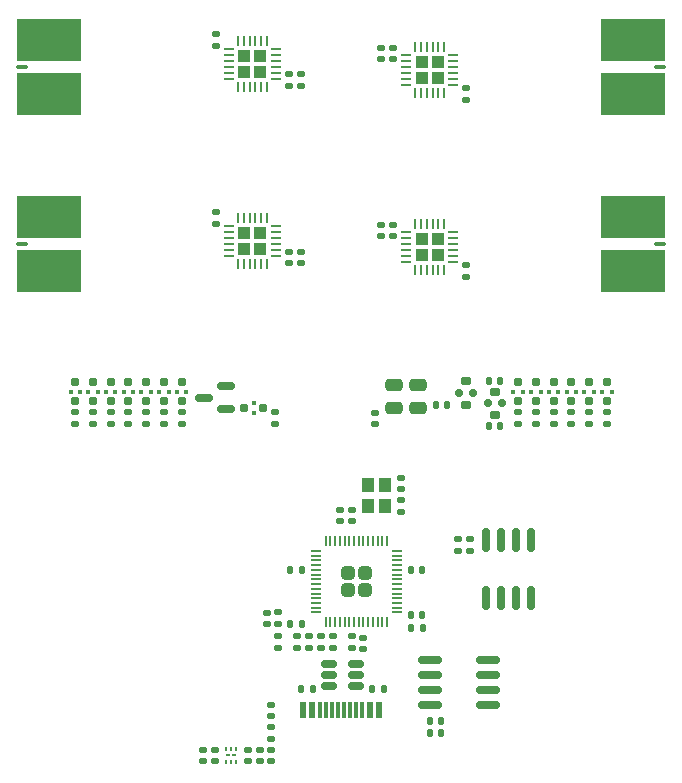
<source format=gbr>
%TF.GenerationSoftware,KiCad,Pcbnew,(6.0.7)*%
%TF.CreationDate,2022-08-30T14:04:15+02:00*%
%TF.ProjectId,LibreCAL,4c696272-6543-4414-9c2e-6b696361645f,rev?*%
%TF.SameCoordinates,Original*%
%TF.FileFunction,Paste,Top*%
%TF.FilePolarity,Positive*%
%FSLAX46Y46*%
G04 Gerber Fmt 4.6, Leading zero omitted, Abs format (unit mm)*
G04 Created by KiCad (PCBNEW (6.0.7)) date 2022-08-30 14:04:15*
%MOMM*%
%LPD*%
G01*
G04 APERTURE LIST*
G04 Aperture macros list*
%AMRoundRect*
0 Rectangle with rounded corners*
0 $1 Rounding radius*
0 $2 $3 $4 $5 $6 $7 $8 $9 X,Y pos of 4 corners*
0 Add a 4 corners polygon primitive as box body*
4,1,4,$2,$3,$4,$5,$6,$7,$8,$9,$2,$3,0*
0 Add four circle primitives for the rounded corners*
1,1,$1+$1,$2,$3*
1,1,$1+$1,$4,$5*
1,1,$1+$1,$6,$7*
1,1,$1+$1,$8,$9*
0 Add four rect primitives between the rounded corners*
20,1,$1+$1,$2,$3,$4,$5,0*
20,1,$1+$1,$4,$5,$6,$7,0*
20,1,$1+$1,$6,$7,$8,$9,0*
20,1,$1+$1,$8,$9,$2,$3,0*%
G04 Aperture macros list end*
%ADD10RoundRect,0.075000X0.425000X0.075000X-0.425000X0.075000X-0.425000X-0.075000X0.425000X-0.075000X0*%
%ADD11R,5.540000X3.555000*%
%ADD12RoundRect,0.075000X-0.425000X-0.075000X0.425000X-0.075000X0.425000X0.075000X-0.425000X0.075000X0*%
%ADD13RoundRect,0.135000X0.185000X-0.135000X0.185000X0.135000X-0.185000X0.135000X-0.185000X-0.135000X0*%
%ADD14RoundRect,0.140000X-0.170000X0.140000X-0.170000X-0.140000X0.170000X-0.140000X0.170000X0.140000X0*%
%ADD15RoundRect,0.140000X0.170000X-0.140000X0.170000X0.140000X-0.170000X0.140000X-0.170000X-0.140000X0*%
%ADD16RoundRect,0.090000X-0.210000X0.210000X-0.210000X-0.210000X0.210000X-0.210000X0.210000X0.210000X0*%
%ADD17RoundRect,0.100000X-0.100000X0.100000X-0.100000X-0.100000X0.100000X-0.100000X0.100000X0.100000X0*%
%ADD18RoundRect,0.140000X-0.140000X-0.170000X0.140000X-0.170000X0.140000X0.170000X-0.140000X0.170000X0*%
%ADD19RoundRect,0.090000X0.310000X-0.210000X0.310000X0.210000X-0.310000X0.210000X-0.310000X-0.210000X0*%
%ADD20RoundRect,0.150000X0.150000X-0.150000X0.150000X0.150000X-0.150000X0.150000X-0.150000X-0.150000X0*%
%ADD21R,0.600000X1.450000*%
%ADD22R,0.300000X1.450000*%
%ADD23RoundRect,0.150000X0.825000X0.150000X-0.825000X0.150000X-0.825000X-0.150000X0.825000X-0.150000X0*%
%ADD24RoundRect,0.135000X-0.185000X0.135000X-0.185000X-0.135000X0.185000X-0.135000X0.185000X0.135000X0*%
%ADD25RoundRect,0.250000X-0.295000X0.295000X-0.295000X-0.295000X0.295000X-0.295000X0.295000X0.295000X0*%
%ADD26RoundRect,0.062500X-0.062500X0.350000X-0.062500X-0.350000X0.062500X-0.350000X0.062500X0.350000X0*%
%ADD27RoundRect,0.062500X-0.350000X0.062500X-0.350000X-0.062500X0.350000X-0.062500X0.350000X0.062500X0*%
%ADD28RoundRect,0.140000X0.140000X0.170000X-0.140000X0.170000X-0.140000X-0.170000X0.140000X-0.170000X0*%
%ADD29RoundRect,0.135000X-0.135000X-0.185000X0.135000X-0.185000X0.135000X0.185000X-0.135000X0.185000X0*%
%ADD30RoundRect,0.150000X0.150000X-0.825000X0.150000X0.825000X-0.150000X0.825000X-0.150000X-0.825000X0*%
%ADD31RoundRect,0.147500X-0.172500X0.147500X-0.172500X-0.147500X0.172500X-0.147500X0.172500X0.147500X0*%
%ADD32RoundRect,0.147500X-0.147500X-0.172500X0.147500X-0.172500X0.147500X0.172500X-0.147500X0.172500X0*%
%ADD33RoundRect,0.250000X0.295000X-0.295000X0.295000X0.295000X-0.295000X0.295000X-0.295000X-0.295000X0*%
%ADD34RoundRect,0.062500X0.062500X-0.350000X0.062500X0.350000X-0.062500X0.350000X-0.062500X-0.350000X0*%
%ADD35RoundRect,0.062500X0.350000X-0.062500X0.350000X0.062500X-0.350000X0.062500X-0.350000X-0.062500X0*%
%ADD36RoundRect,0.090000X0.210000X-0.210000X0.210000X0.210000X-0.210000X0.210000X-0.210000X-0.210000X0*%
%ADD37RoundRect,0.100000X0.100000X-0.100000X0.100000X0.100000X-0.100000X0.100000X-0.100000X-0.100000X0*%
%ADD38RoundRect,0.060000X0.130000X-0.060000X0.130000X0.060000X-0.130000X0.060000X-0.130000X-0.060000X0*%
%ADD39RoundRect,0.045000X0.045000X-0.130000X0.045000X0.130000X-0.045000X0.130000X-0.045000X-0.130000X0*%
%ADD40RoundRect,0.135000X0.135000X0.185000X-0.135000X0.185000X-0.135000X-0.185000X0.135000X-0.185000X0*%
%ADD41RoundRect,0.150000X0.587500X0.150000X-0.587500X0.150000X-0.587500X-0.150000X0.587500X-0.150000X0*%
%ADD42RoundRect,0.250000X0.475000X-0.250000X0.475000X0.250000X-0.475000X0.250000X-0.475000X-0.250000X0*%
%ADD43R,1.000000X1.150000*%
%ADD44RoundRect,0.090000X-0.210000X-0.210000X0.210000X-0.210000X0.210000X0.210000X-0.210000X0.210000X0*%
%ADD45RoundRect,0.100000X-0.100000X-0.100000X0.100000X-0.100000X0.100000X0.100000X-0.100000X0.100000X0*%
%ADD46RoundRect,0.147500X0.172500X-0.147500X0.172500X0.147500X-0.172500X0.147500X-0.172500X-0.147500X0*%
%ADD47RoundRect,0.250000X0.315000X0.315000X-0.315000X0.315000X-0.315000X-0.315000X0.315000X-0.315000X0*%
%ADD48RoundRect,0.050000X0.387500X0.050000X-0.387500X0.050000X-0.387500X-0.050000X0.387500X-0.050000X0*%
%ADD49RoundRect,0.050000X0.050000X0.387500X-0.050000X0.387500X-0.050000X-0.387500X0.050000X-0.387500X0*%
%ADD50RoundRect,0.150000X0.512500X0.150000X-0.512500X0.150000X-0.512500X-0.150000X0.512500X-0.150000X0*%
G04 APERTURE END LIST*
D10*
%TO.C,J1*%
X100500000Y-77000000D03*
D11*
X102770000Y-79287500D03*
X102770000Y-74712500D03*
%TD*%
D12*
%TO.C,J3*%
X154500000Y-77000000D03*
D11*
X152230000Y-74712500D03*
X152230000Y-79287500D03*
%TD*%
D12*
%TO.C,J4*%
X154500000Y-92000000D03*
D11*
X152230000Y-89712500D03*
X152230000Y-94287500D03*
%TD*%
D10*
%TO.C,J2*%
X100500000Y-92000000D03*
D11*
X102770000Y-94287500D03*
X102770000Y-89712500D03*
%TD*%
D13*
%TO.C,R10*%
X108000000Y-107210000D03*
X108000000Y-106190000D03*
%TD*%
D14*
%TO.C,C19*%
X129400000Y-125320000D03*
X129400000Y-126280000D03*
%TD*%
D15*
%TO.C,C11*%
X121600000Y-131980000D03*
X121600000Y-131020000D03*
%TD*%
D16*
%TO.C,C45*%
X142500000Y-103700000D03*
D17*
X142100000Y-104500000D03*
X142900000Y-104500000D03*
D16*
X142500000Y-105300000D03*
%TD*%
D14*
%TO.C,C27*%
X121200000Y-123220000D03*
X121200000Y-124180000D03*
%TD*%
D13*
%TO.C,R30*%
X111000000Y-107210000D03*
X111000000Y-106190000D03*
%TD*%
D15*
%TO.C,C14*%
X128400000Y-115480000D03*
X128400000Y-114520000D03*
%TD*%
D18*
%TO.C,C16*%
X133420000Y-119600000D03*
X134380000Y-119600000D03*
%TD*%
%TO.C,C10*%
X135020000Y-133400000D03*
X135980000Y-133400000D03*
%TD*%
D14*
%TO.C,C3*%
X124100000Y-77645000D03*
X124100000Y-78605000D03*
%TD*%
D19*
%TO.C,C33*%
X140500000Y-106500000D03*
D20*
X139900000Y-105500000D03*
X141100000Y-105500000D03*
D19*
X140500000Y-104500000D03*
%TD*%
D16*
%TO.C,C44*%
X144000000Y-103700000D03*
D17*
X144400000Y-104500000D03*
X143600000Y-104500000D03*
D16*
X144000000Y-105300000D03*
%TD*%
D15*
%TO.C,C17*%
X127400000Y-115480000D03*
X127400000Y-114520000D03*
%TD*%
D16*
%TO.C,C39*%
X150000000Y-103700000D03*
D17*
X149600000Y-104500000D03*
X150400000Y-104500000D03*
D16*
X150000000Y-105300000D03*
%TD*%
D21*
%TO.C,J5*%
X124250000Y-131455000D03*
X125050000Y-131455000D03*
D22*
X126250000Y-131455000D03*
X127250000Y-131455000D03*
X127750000Y-131455000D03*
X128750000Y-131455000D03*
D21*
X129950000Y-131455000D03*
X130750000Y-131455000D03*
X130750000Y-131455000D03*
X129950000Y-131455000D03*
D22*
X129250000Y-131455000D03*
X128250000Y-131455000D03*
X126750000Y-131455000D03*
X125750000Y-131455000D03*
D21*
X125050000Y-131455000D03*
X124250000Y-131455000D03*
%TD*%
D16*
%TO.C,C38*%
X148500000Y-103700000D03*
D17*
X148100000Y-104500000D03*
X148900000Y-104500000D03*
D16*
X148500000Y-105300000D03*
%TD*%
%TO.C,C41*%
X111000000Y-103700000D03*
D17*
X110600000Y-104500000D03*
X111400000Y-104500000D03*
D16*
X111000000Y-105300000D03*
%TD*%
D14*
%TO.C,C26*%
X138400000Y-117020000D03*
X138400000Y-117980000D03*
%TD*%
D23*
%TO.C,U5*%
X139975000Y-131005000D03*
X139975000Y-129735000D03*
X139975000Y-128465000D03*
X139975000Y-127195000D03*
X135025000Y-127195000D03*
X135025000Y-128465000D03*
X135025000Y-129735000D03*
X135025000Y-131005000D03*
%TD*%
D15*
%TO.C,C7*%
X131900000Y-76355000D03*
X131900000Y-75395000D03*
%TD*%
D14*
%TO.C,C13*%
X132600000Y-111820000D03*
X132600000Y-112780000D03*
%TD*%
D13*
%TO.C,R1*%
X116900000Y-75210000D03*
X116900000Y-74190000D03*
%TD*%
D24*
%TO.C,R3*%
X138100000Y-78790000D03*
X138100000Y-79810000D03*
%TD*%
D16*
%TO.C,C43*%
X145500000Y-103700000D03*
D17*
X145100000Y-104500000D03*
X145900000Y-104500000D03*
D16*
X145500000Y-105300000D03*
%TD*%
D14*
%TO.C,C30*%
X119600000Y-134820000D03*
X119600000Y-135780000D03*
%TD*%
D25*
%TO.C,U4*%
X135675000Y-91575000D03*
X134325000Y-92925000D03*
X134325000Y-91575000D03*
X135675000Y-92925000D03*
D26*
X136250000Y-90287500D03*
X135750000Y-90287500D03*
X135250000Y-90287500D03*
X134750000Y-90287500D03*
X134250000Y-90287500D03*
X133750000Y-90287500D03*
D27*
X133037500Y-91000000D03*
X133037500Y-91500000D03*
X133037500Y-92000000D03*
X133037500Y-92500000D03*
X133037500Y-93000000D03*
X133037500Y-93500000D03*
D26*
X133750000Y-94212500D03*
X134250000Y-94212500D03*
X134750000Y-94212500D03*
X135250000Y-94212500D03*
X135750000Y-94212500D03*
X136250000Y-94212500D03*
D27*
X136962500Y-93500000D03*
X136962500Y-93000000D03*
X136962500Y-92500000D03*
X136962500Y-92000000D03*
X136962500Y-91500000D03*
X136962500Y-91000000D03*
%TD*%
D16*
%TO.C,C34*%
X108000000Y-103700000D03*
D17*
X107600000Y-104500000D03*
X108400000Y-104500000D03*
D16*
X108000000Y-105300000D03*
%TD*%
D28*
%TO.C,C20*%
X124180000Y-124200000D03*
X123220000Y-124200000D03*
%TD*%
D18*
%TO.C,C9*%
X135020000Y-132400000D03*
X135980000Y-132400000D03*
%TD*%
D16*
%TO.C,C36*%
X105000000Y-103700000D03*
D17*
X104600000Y-104500000D03*
X105400000Y-104500000D03*
D16*
X105000000Y-105300000D03*
%TD*%
D13*
%TO.C,R11*%
X106500000Y-107210000D03*
X106500000Y-106190000D03*
%TD*%
D14*
%TO.C,C25*%
X137400000Y-117020000D03*
X137400000Y-117980000D03*
%TD*%
D13*
%TO.C,R25*%
X105000000Y-107210000D03*
X105000000Y-106190000D03*
%TD*%
%TO.C,R12*%
X122200000Y-126210000D03*
X122200000Y-125190000D03*
%TD*%
D16*
%TO.C,C40*%
X109500000Y-103700000D03*
D17*
X109900000Y-104500000D03*
X109100000Y-104500000D03*
D16*
X109500000Y-105300000D03*
%TD*%
D14*
%TO.C,C28*%
X121600000Y-134820000D03*
X121600000Y-135780000D03*
%TD*%
D29*
%TO.C,R7*%
X133390000Y-124500000D03*
X134410000Y-124500000D03*
%TD*%
D13*
%TO.C,R13*%
X122200000Y-124210000D03*
X122200000Y-123190000D03*
%TD*%
D30*
%TO.C,U8*%
X139795000Y-121975000D03*
X141065000Y-121975000D03*
X142335000Y-121975000D03*
X143605000Y-121975000D03*
X143605000Y-117025000D03*
X142335000Y-117025000D03*
X141065000Y-117025000D03*
X139795000Y-117025000D03*
%TD*%
D13*
%TO.C,R26*%
X147000000Y-107210000D03*
X147000000Y-106190000D03*
%TD*%
D31*
%TO.C,FB1*%
X123800000Y-125215000D03*
X123800000Y-126185000D03*
%TD*%
%TO.C,FB2*%
X121600000Y-132915000D03*
X121600000Y-133885000D03*
%TD*%
D14*
%TO.C,C22*%
X128400000Y-125220000D03*
X128400000Y-126180000D03*
%TD*%
D13*
%TO.C,R27*%
X148500000Y-107210000D03*
X148500000Y-106190000D03*
%TD*%
D16*
%TO.C,C37*%
X147000000Y-103700000D03*
D17*
X146600000Y-104500000D03*
X147400000Y-104500000D03*
D16*
X147000000Y-105300000D03*
%TD*%
D32*
%TO.C,FB3*%
X140015000Y-107400000D03*
X140985000Y-107400000D03*
%TD*%
D15*
%TO.C,C6*%
X130900000Y-91330000D03*
X130900000Y-90370000D03*
%TD*%
D33*
%TO.C,U1*%
X120675000Y-76075000D03*
X120675000Y-77425000D03*
X119325000Y-76075000D03*
X119325000Y-77425000D03*
D34*
X118750000Y-78712500D03*
X119250000Y-78712500D03*
X119750000Y-78712500D03*
X120250000Y-78712500D03*
X120750000Y-78712500D03*
X121250000Y-78712500D03*
D35*
X121962500Y-78000000D03*
X121962500Y-77500000D03*
X121962500Y-77000000D03*
X121962500Y-76500000D03*
X121962500Y-76000000D03*
X121962500Y-75500000D03*
D34*
X121250000Y-74787500D03*
X120750000Y-74787500D03*
X120250000Y-74787500D03*
X119750000Y-74787500D03*
X119250000Y-74787500D03*
X118750000Y-74787500D03*
D35*
X118037500Y-75500000D03*
X118037500Y-76000000D03*
X118037500Y-76500000D03*
X118037500Y-77000000D03*
X118037500Y-77500000D03*
X118037500Y-78000000D03*
%TD*%
D15*
%TO.C,C12*%
X132600000Y-114680000D03*
X132600000Y-113720000D03*
%TD*%
D36*
%TO.C,C50*%
X114000000Y-105300000D03*
D37*
X114400000Y-104500000D03*
X113600000Y-104500000D03*
D36*
X114000000Y-103700000D03*
%TD*%
D14*
%TO.C,C29*%
X120600000Y-134820000D03*
X120600000Y-135780000D03*
%TD*%
D38*
%TO.C,U9*%
X118435000Y-135300000D03*
X117965000Y-135300000D03*
D39*
X117800000Y-135825000D03*
X118200000Y-135825000D03*
X118600000Y-135825000D03*
X118600000Y-134775000D03*
X118200000Y-134775000D03*
X117800000Y-134775000D03*
%TD*%
D40*
%TO.C,R6*%
X125110000Y-129700000D03*
X124090000Y-129700000D03*
%TD*%
D13*
%TO.C,R29*%
X109500000Y-107210000D03*
X109500000Y-106190000D03*
%TD*%
D14*
%TO.C,C21*%
X126800000Y-125220000D03*
X126800000Y-126180000D03*
%TD*%
D16*
%TO.C,C35*%
X106500000Y-103700000D03*
D17*
X106100000Y-104500000D03*
X106900000Y-104500000D03*
D16*
X106500000Y-105300000D03*
%TD*%
D41*
%TO.C,Q1*%
X117737500Y-105950000D03*
X117737500Y-104050000D03*
X115862500Y-105000000D03*
%TD*%
D19*
%TO.C,C49*%
X138100000Y-105600000D03*
D20*
X137500000Y-104600000D03*
X138700000Y-104600000D03*
D19*
X138100000Y-103600000D03*
%TD*%
D13*
%TO.C,R31*%
X112500000Y-107210000D03*
X112500000Y-106190000D03*
%TD*%
D32*
%TO.C,FB4*%
X140015000Y-103600000D03*
X140985000Y-103600000D03*
%TD*%
D13*
%TO.C,R34*%
X142500000Y-107210000D03*
X142500000Y-106190000D03*
%TD*%
D42*
%TO.C,C46*%
X132000000Y-105850000D03*
X132000000Y-103950000D03*
%TD*%
D29*
%TO.C,R5*%
X130090000Y-129700000D03*
X131110000Y-129700000D03*
%TD*%
D13*
%TO.C,R35*%
X121900000Y-107210000D03*
X121900000Y-106190000D03*
%TD*%
D43*
%TO.C,Y1*%
X131200000Y-114175000D03*
X131200000Y-112425000D03*
X129800000Y-112425000D03*
X129800000Y-114175000D03*
%TD*%
D13*
%TO.C,R28*%
X150000000Y-107210000D03*
X150000000Y-106190000D03*
%TD*%
D25*
%TO.C,U3*%
X135675000Y-77925000D03*
X135675000Y-76575000D03*
X134325000Y-77925000D03*
X134325000Y-76575000D03*
D26*
X136250000Y-75287500D03*
X135750000Y-75287500D03*
X135250000Y-75287500D03*
X134750000Y-75287500D03*
X134250000Y-75287500D03*
X133750000Y-75287500D03*
D27*
X133037500Y-76000000D03*
X133037500Y-76500000D03*
X133037500Y-77000000D03*
X133037500Y-77500000D03*
X133037500Y-78000000D03*
X133037500Y-78500000D03*
D26*
X133750000Y-79212500D03*
X134250000Y-79212500D03*
X134750000Y-79212500D03*
X135250000Y-79212500D03*
X135750000Y-79212500D03*
X136250000Y-79212500D03*
D27*
X136962500Y-78500000D03*
X136962500Y-78000000D03*
X136962500Y-77500000D03*
X136962500Y-77000000D03*
X136962500Y-76500000D03*
X136962500Y-76000000D03*
%TD*%
D14*
%TO.C,C1*%
X123100000Y-77645000D03*
X123100000Y-78605000D03*
%TD*%
D44*
%TO.C,C48*%
X119300000Y-105900000D03*
D45*
X120100000Y-105500000D03*
X120100000Y-106300000D03*
D44*
X120900000Y-105900000D03*
%TD*%
D18*
%TO.C,C15*%
X133420000Y-123400000D03*
X134380000Y-123400000D03*
%TD*%
D13*
%TO.C,R32*%
X145500000Y-107210000D03*
X145500000Y-106190000D03*
%TD*%
D42*
%TO.C,C47*%
X134000000Y-105850000D03*
X134000000Y-103950000D03*
%TD*%
D14*
%TO.C,C23*%
X125800000Y-125220000D03*
X125800000Y-126180000D03*
%TD*%
D15*
%TO.C,C31*%
X116800000Y-135780000D03*
X116800000Y-134820000D03*
%TD*%
D14*
%TO.C,C24*%
X124800000Y-125220000D03*
X124800000Y-126180000D03*
%TD*%
D24*
%TO.C,R36*%
X114000000Y-106190000D03*
X114000000Y-107210000D03*
%TD*%
D46*
%TO.C,FB5*%
X130400000Y-107285000D03*
X130400000Y-106315000D03*
%TD*%
D13*
%TO.C,R33*%
X144000000Y-107210000D03*
X144000000Y-106190000D03*
%TD*%
D14*
%TO.C,C2*%
X123100000Y-92670000D03*
X123100000Y-93630000D03*
%TD*%
D16*
%TO.C,C42*%
X112500000Y-103700000D03*
D17*
X112100000Y-104500000D03*
X112900000Y-104500000D03*
D16*
X112500000Y-105300000D03*
%TD*%
D14*
%TO.C,C4*%
X124100000Y-92670000D03*
X124100000Y-93630000D03*
%TD*%
D15*
%TO.C,C32*%
X115800000Y-135780000D03*
X115800000Y-134820000D03*
%TD*%
D13*
%TO.C,R2*%
X116900000Y-90310000D03*
X116900000Y-89290000D03*
%TD*%
D32*
%TO.C,FB6*%
X135515000Y-105600000D03*
X136485000Y-105600000D03*
%TD*%
D33*
%TO.C,U2*%
X119325000Y-92425000D03*
X120675000Y-91075000D03*
X119325000Y-91075000D03*
X120675000Y-92425000D03*
D34*
X118750000Y-93712500D03*
X119250000Y-93712500D03*
X119750000Y-93712500D03*
X120250000Y-93712500D03*
X120750000Y-93712500D03*
X121250000Y-93712500D03*
D35*
X121962500Y-93000000D03*
X121962500Y-92500000D03*
X121962500Y-92000000D03*
X121962500Y-91500000D03*
X121962500Y-91000000D03*
X121962500Y-90500000D03*
D34*
X121250000Y-89787500D03*
X120750000Y-89787500D03*
X120250000Y-89787500D03*
X119750000Y-89787500D03*
X119250000Y-89787500D03*
X118750000Y-89787500D03*
D35*
X118037500Y-90500000D03*
X118037500Y-91000000D03*
X118037500Y-91500000D03*
X118037500Y-92000000D03*
X118037500Y-92500000D03*
X118037500Y-93000000D03*
%TD*%
D15*
%TO.C,C8*%
X131900000Y-91330000D03*
X131900000Y-90370000D03*
%TD*%
%TO.C,C5*%
X130900000Y-76355000D03*
X130900000Y-75395000D03*
%TD*%
D47*
%TO.C,U7*%
X128100000Y-121300000D03*
X129500000Y-121300000D03*
X128100000Y-119900000D03*
X129500000Y-119900000D03*
D48*
X132237500Y-123200000D03*
X132237500Y-122800000D03*
X132237500Y-122400000D03*
X132237500Y-122000000D03*
X132237500Y-121600000D03*
X132237500Y-121200000D03*
X132237500Y-120800000D03*
X132237500Y-120400000D03*
X132237500Y-120000000D03*
X132237500Y-119600000D03*
X132237500Y-119200000D03*
X132237500Y-118800000D03*
X132237500Y-118400000D03*
X132237500Y-118000000D03*
D49*
X131400000Y-117162500D03*
X131000000Y-117162500D03*
X130600000Y-117162500D03*
X130200000Y-117162500D03*
X129800000Y-117162500D03*
X129400000Y-117162500D03*
X129000000Y-117162500D03*
X128600000Y-117162500D03*
X128200000Y-117162500D03*
X127800000Y-117162500D03*
X127400000Y-117162500D03*
X127000000Y-117162500D03*
X126600000Y-117162500D03*
X126200000Y-117162500D03*
D48*
X125362500Y-118000000D03*
X125362500Y-118400000D03*
X125362500Y-118800000D03*
X125362500Y-119200000D03*
X125362500Y-119600000D03*
X125362500Y-120000000D03*
X125362500Y-120400000D03*
X125362500Y-120800000D03*
X125362500Y-121200000D03*
X125362500Y-121600000D03*
X125362500Y-122000000D03*
X125362500Y-122400000D03*
X125362500Y-122800000D03*
X125362500Y-123200000D03*
D49*
X126200000Y-124037500D03*
X126600000Y-124037500D03*
X127000000Y-124037500D03*
X127400000Y-124037500D03*
X127800000Y-124037500D03*
X128200000Y-124037500D03*
X128600000Y-124037500D03*
X129000000Y-124037500D03*
X129400000Y-124037500D03*
X129800000Y-124037500D03*
X130200000Y-124037500D03*
X130600000Y-124037500D03*
X131000000Y-124037500D03*
X131400000Y-124037500D03*
%TD*%
D50*
%TO.C,U6*%
X128737500Y-129450000D03*
X128737500Y-128500000D03*
X128737500Y-127550000D03*
X126462500Y-127550000D03*
X126462500Y-128500000D03*
X126462500Y-129450000D03*
%TD*%
D24*
%TO.C,R4*%
X138100000Y-93790000D03*
X138100000Y-94810000D03*
%TD*%
D28*
%TO.C,C18*%
X124180000Y-119600000D03*
X123220000Y-119600000D03*
%TD*%
M02*

</source>
